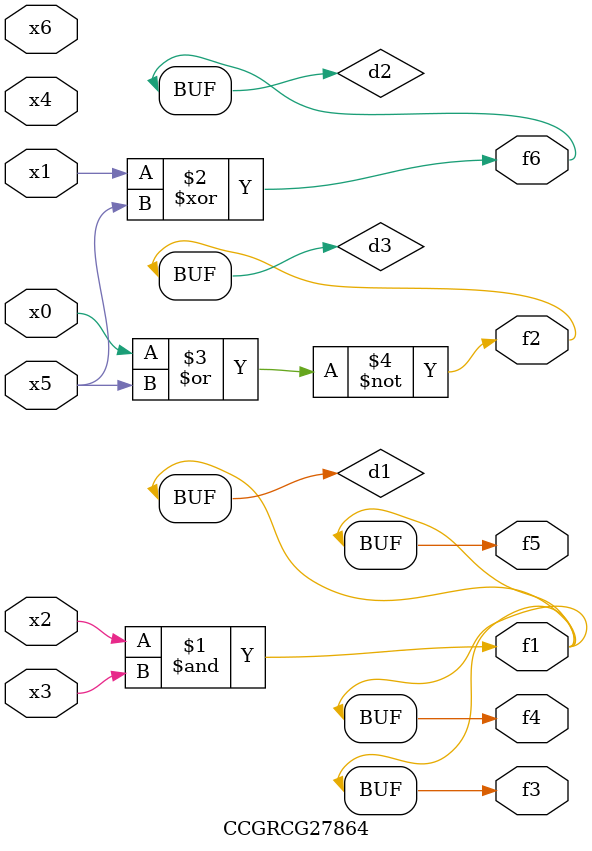
<source format=v>
module CCGRCG27864(
	input x0, x1, x2, x3, x4, x5, x6,
	output f1, f2, f3, f4, f5, f6
);

	wire d1, d2, d3;

	and (d1, x2, x3);
	xor (d2, x1, x5);
	nor (d3, x0, x5);
	assign f1 = d1;
	assign f2 = d3;
	assign f3 = d1;
	assign f4 = d1;
	assign f5 = d1;
	assign f6 = d2;
endmodule

</source>
